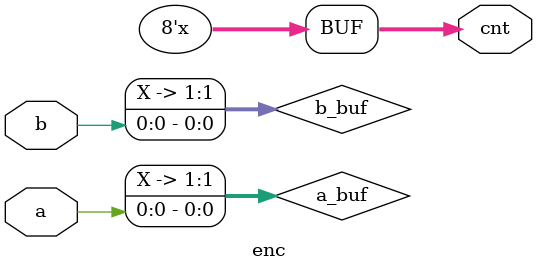
<source format=sv>
module enc
	(
	input a,b,
	output reg [7:0] cnt = 0 
	);
	
	reg [1:0] a_buf = 0,b_buf = 0;//буферы входных сигналов a и b
	reg up,down;//сигналы напрвления
//	reg a_buf_in = 0,b_buf_in = 0;//входные буферы
	
	wire clk,u,d;
	assign clk = (a ^ b);
//	assign up = (a_buf[1] == b) ? 1 : 0;
//	assign down = (b_buf[1] == a) ? 1 : 0;

	/*Запись входных значений во входной регистр*/
	
//	always @(*)
//		begin
//			a_buf_in = a; 
//			b_buf_in = b; 
//		end
	
	/*Регистр сдвига для организации выравнивания двух сигалов a и b*/
	
	always @(a,b)
		begin
			a_buf[0] <= a;
			a_buf[1] <= a_buf[0];
			b_buf[0] <= b;
			b_buf[1] <= b_buf[0];
		end
 
	/*Вычисление напрвления вращения енкодера*/
 
	always @(posedge clk)
		begin
			if (a_buf[1] == b_buf[0])
				begin
					 up <= 1;
					 down <= 0;
				end
			else if (b_buf[1] == a_buf[0])
				begin
					 up <= 0;
					 down <= 1;
				end
			else
				begin
					 up <= 0;
					 down <= 0;
				end
		end 
 
		
	/*Счетчик*/
		
	always @(a,b)
		begin
			if (up)
				begin
					cnt = cnt + 1'b1;
				end
			else if (down)
				begin
					cnt = cnt - 1'b1;
				end
			else
				begin
					cnt = cnt;
				end
		end
endmodule
</source>
